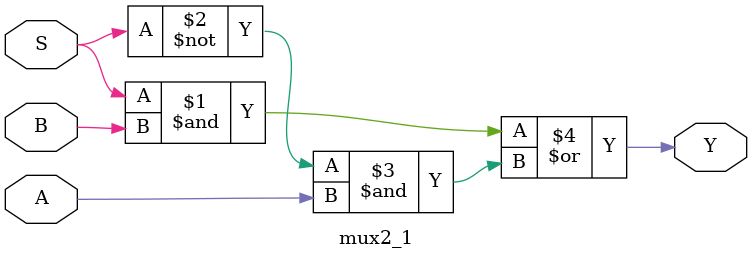
<source format=v>
module mux2_1 (
    input S,
    input A,
    input B,
    output Y
);

assign Y = (S & B) | (~S & A);

endmodule

</source>
